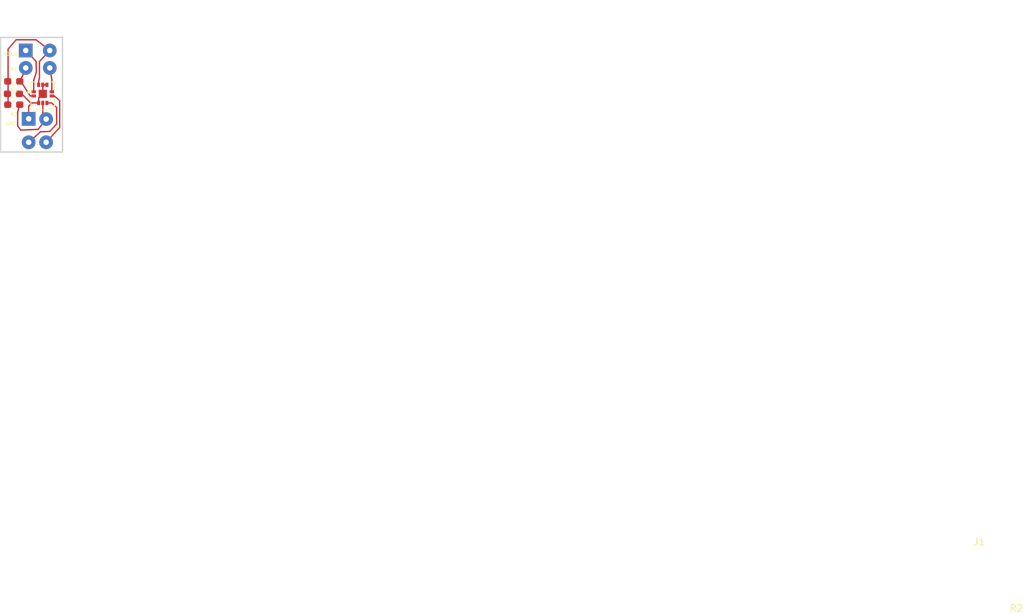
<source format=kicad_pcb>
(kicad_pcb (version 20171130) (host pcbnew "(5.0.2-5-10.14)")

  (general
    (thickness 1.6)
    (drawings 4)
    (tracks 55)
    (zones 0)
    (modules 9)
    (nets 9)
  )

  (page A4)
  (layers
    (0 F.Cu signal)
    (31 B.Cu signal)
    (32 B.Adhes user)
    (33 F.Adhes user)
    (34 B.Paste user)
    (35 F.Paste user)
    (36 B.SilkS user)
    (37 F.SilkS user)
    (38 B.Mask user hide)
    (39 F.Mask user)
    (40 Dwgs.User user)
    (41 Cmts.User user)
    (42 Eco1.User user)
    (43 Eco2.User user)
    (44 Edge.Cuts user)
    (45 Margin user)
    (46 B.CrtYd user)
    (47 F.CrtYd user hide)
    (48 B.Fab user hide)
    (49 F.Fab user hide)
  )

  (setup
    (last_trace_width 0.2)
    (trace_clearance 0.1)
    (zone_clearance 0.508)
    (zone_45_only no)
    (trace_min 0.2)
    (segment_width 0.2)
    (edge_width 0.15)
    (via_size 0.8)
    (via_drill 0.4)
    (via_min_size 0.4)
    (via_min_drill 0.3)
    (uvia_size 0.3)
    (uvia_drill 0.1)
    (uvias_allowed no)
    (uvia_min_size 0.2)
    (uvia_min_drill 0.1)
    (pcb_text_width 0.3)
    (pcb_text_size 1.5 1.5)
    (mod_edge_width 0.15)
    (mod_text_size 1 1)
    (mod_text_width 0.15)
    (pad_size 1.99898 1.99898)
    (pad_drill 0.8001)
    (pad_to_mask_clearance 0.051)
    (solder_mask_min_width 0.25)
    (aux_axis_origin 0 0)
    (visible_elements FFFFFF7F)
    (pcbplotparams
      (layerselection 0x010f0_ffffffff)
      (usegerberextensions false)
      (usegerberattributes false)
      (usegerberadvancedattributes false)
      (creategerberjobfile false)
      (excludeedgelayer true)
      (linewidth 0.100000)
      (plotframeref false)
      (viasonmask false)
      (mode 1)
      (useauxorigin false)
      (hpglpennumber 1)
      (hpglpenspeed 20)
      (hpglpendiameter 15.000000)
      (psnegative false)
      (psa4output false)
      (plotreference true)
      (plotvalue true)
      (plotinvisibletext false)
      (padsonsilk false)
      (subtractmaskfromsilk false)
      (outputformat 1)
      (mirror false)
      (drillshape 0)
      (scaleselection 1)
      (outputdirectory "../../../../Desktop/"))
  )

  (net 0 "")
  (net 1 "Net-(C1-Pad1)")
  (net 2 "Net-(C1-Pad2)")
  (net 3 "Net-(J1-Pad1)")
  (net 4 "Net-(J1-Pad3)")
  (net 5 "Net-(J1-Pad4)")
  (net 6 "Net-(J2-Pad3)")
  (net 7 "Net-(J2-Pad4)")
  (net 8 "Net-(J2-Pad2)")

  (net_class Default "This is the default net class."
    (clearance 0.1)
    (trace_width 0.2)
    (via_dia 0.8)
    (via_drill 0.4)
    (uvia_dia 0.3)
    (uvia_drill 0.1)
    (add_net "Net-(C1-Pad1)")
    (add_net "Net-(C1-Pad2)")
    (add_net "Net-(J1-Pad1)")
    (add_net "Net-(J1-Pad3)")
    (add_net "Net-(J1-Pad4)")
    (add_net "Net-(J2-Pad2)")
    (add_net "Net-(J2-Pad3)")
    (add_net "Net-(J2-Pad4)")
  )

  (module "" (layer F.Cu) (tedit 0) (tstamp 0)
    (at 140.97 77.47)
    (fp_text reference "" (at 140.97 72.39) (layer F.SilkS)
      (effects (font (size 1.27 1.27) (thickness 0.15)))
    )
    (fp_text value "" (at 140.97 72.39) (layer F.SilkS)
      (effects (font (size 1.27 1.27) (thickness 0.15)))
    )
    (fp_text user J1 (at 135.89 73.66) (layer F.SilkS)
      (effects (font (size 1 1) (thickness 0.15)))
    )
  )

  (module "" (layer F.Cu) (tedit 0) (tstamp 0)
    (at 140.97 77.47)
    (fp_text reference "" (at 140.97 72.39) (layer F.SilkS)
      (effects (font (size 1.27 1.27) (thickness 0.15)))
    )
    (fp_text value "" (at 140.97 72.39) (layer F.SilkS)
      (effects (font (size 1.27 1.27) (thickness 0.15)))
    )
    (fp_text user J1 (at 135.89 73.66) (layer F.SilkS)
      (effects (font (size 1 1) (thickness 0.15)))
    )
  )

  (module "" (layer F.Cu) (tedit 0) (tstamp 0)
    (at 140.97 72.39)
    (fp_text reference "" (at 138.43 79.5) (layer F.SilkS)
      (effects (font (size 1.27 1.27) (thickness 0.15)))
    )
    (fp_text value "" (at 138.43 79.5) (layer F.SilkS)
      (effects (font (size 1.27 1.27) (thickness 0.15)))
    )
    (fp_text user R2 (at 141.33 88.42) (layer F.SilkS)
      (effects (font (size 1 1) (thickness 0.15)))
    )
  )

  (module Connector_Wire:SolderWirePad_2x02_P2.54mm_Drill0.8mm (layer F.Cu) (tedit 5C8D573E) (tstamp 5C8C94BD)
    (at 138.43 79.5)
    (descr "Wire solder connection")
    (tags connector)
    (path /5C80C96C)
    (attr virtual)
    (fp_text reference VDD_IO (at -2.54 0.51) (layer F.SilkS)
      (effects (font (size 0.5 0.4) (thickness 0.07)))
    )
    (fp_text value Conn_01x04 (at 1.27 5.08) (layer F.Fab)
      (effects (font (size 1 1) (thickness 0.15)))
    )
    (fp_text user %R (at 1.27 1.27) (layer F.Fab)
      (effects (font (size 1 1) (thickness 0.15)))
    )
    (fp_line (start -1.5 -1.5) (end 4.04 -1.5) (layer F.CrtYd) (width 0.05))
    (fp_line (start -1.5 -1.5) (end -1.5 4.04) (layer F.CrtYd) (width 0.05))
    (fp_line (start 4.04 4.04) (end 4.04 -1.5) (layer F.CrtYd) (width 0.05))
    (fp_line (start 4.04 4.04) (end -1.5 4.04) (layer F.CrtYd) (width 0.05))
    (pad 3 thru_hole circle (at -0.43 2.54) (size 1.99898 1.99898) (drill 0.8001) (layers *.Cu *.Mask)
      (net 4 "Net-(J1-Pad3)"))
    (pad 4 thru_hole circle (at 3.07 2.54) (size 1.99898 1.99898) (drill 0.8001) (layers *.Cu *.Mask)
      (net 5 "Net-(J1-Pad4)"))
    (pad 1 thru_hole rect (at -0.43 0) (size 1.99898 1.99898) (drill 0.8001) (layers *.Cu *.Mask)
      (net 3 "Net-(J1-Pad1)"))
    (pad 2 thru_hole circle (at 3.07 0) (size 1.99898 1.99898) (drill 0.8001) (layers *.Cu *.Mask)
      (net 1 "Net-(C1-Pad1)"))
  )

  (module Connector_Wire:SolderWirePad_2x02_P2.54mm_Drill0.8mm (layer F.Cu) (tedit 5C8D5732) (tstamp 5C8C94CA)
    (at 138.43 89.5)
    (descr "Wire solder connection")
    (tags connector)
    (path /5C80C9B0)
    (attr virtual)
    (fp_text reference GND (at -2.54 0.67) (layer F.SilkS)
      (effects (font (size 0.5 0.5) (thickness 0.07)))
    )
    (fp_text value Conn_01x04 (at 1.27 5.08) (layer F.Fab)
      (effects (font (size 1 1) (thickness 0.15)))
    )
    (fp_line (start 4.04 4.04) (end -1.5 4.04) (layer F.CrtYd) (width 0.05))
    (fp_line (start 4.04 4.04) (end 4.04 -1.5) (layer F.CrtYd) (width 0.05))
    (fp_line (start -1.5 -1.5) (end -1.5 4.04) (layer F.CrtYd) (width 0.05))
    (fp_line (start -1.5 -1.5) (end 4.04 -1.5) (layer F.CrtYd) (width 0.05))
    (fp_text user %R (at 1.27 1.27) (layer F.Fab)
      (effects (font (size 1 1) (thickness 0.15)))
    )
    (pad 2 thru_hole circle (at 2.54 0) (size 1.99898 1.99898) (drill 0.8001) (layers *.Cu *.Mask)
      (net 8 "Net-(J2-Pad2)"))
    (pad 1 thru_hole rect (at 0 -0.04) (size 1.99898 1.99898) (drill 0.8001) (layers *.Cu *.Mask)
      (net 2 "Net-(C1-Pad2)"))
    (pad 4 thru_hole circle (at 2.54 3.38) (size 1.99898 1.99898) (drill 0.8001) (layers *.Cu *.Mask)
      (net 7 "Net-(J2-Pad4)"))
    (pad 3 thru_hole circle (at 0 3.38) (size 1.99898 1.99898) (drill 0.8001) (layers *.Cu *.Mask)
      (net 6 "Net-(J2-Pad3)"))
  )

  (module LPS33HWTR:PQFN60P330X330X290-11N (layer F.Cu) (tedit 5C8D574F) (tstamp 5C8C9509)
    (at 140.48 85.825)
    (path /5C7FF841)
    (attr smd)
    (fp_text reference "" (at -0.728144 -2.39539) (layer F.SilkS)
      (effects (font (size 0.480719 0.480719) (thickness 0.05)))
    )
    (fp_text value LPS33HWTR (at -0.385153 2.34562) (layer F.SilkS)
      (effects (font (size 0.480802 0.480802) (thickness 0.05)))
    )
    (fp_line (start -1.73 -1.73) (end 1.73 -1.73) (layer Eco2.User) (width 0.127))
    (fp_line (start 1.73 -1.73) (end 1.73 1.73) (layer Eco2.User) (width 0.127))
    (fp_line (start 1.73 1.73) (end -1.73 1.73) (layer Eco2.User) (width 0.127))
    (fp_line (start -1.73 1.73) (end -1.73 -1.73) (layer Eco2.User) (width 0.127))
    (fp_line (start -1.73 -1.73) (end -1.08125 -1.73) (layer F.SilkS) (width 0.127))
    (fp_line (start -1.73 -1.73) (end -1.73 -0.64875) (layer F.SilkS) (width 0.127))
    (fp_line (start 1.08125 -1.73) (end 1.73 -1.73) (layer F.SilkS) (width 0.127))
    (fp_line (start 1.73 -1.73) (end 1.73 -0.64875) (layer F.SilkS) (width 0.127))
    (fp_line (start 1.73 0.64875) (end 1.73 1.73) (layer F.SilkS) (width 0.127))
    (fp_line (start 1.73 1.73) (end 1.08125 1.73) (layer F.SilkS) (width 0.127))
    (fp_line (start -1.73 0.64875) (end -1.73 1.73) (layer F.SilkS) (width 0.127))
    (fp_line (start -1.73 1.73) (end -1.08125 1.73) (layer F.SilkS) (width 0.127))
    (fp_circle (center -1.99875 -0.3) (end -1.94875 -0.3) (layer F.SilkS) (width 0.2))
    (fp_line (start -1.98 -1.98) (end -1.98 1.98) (layer Eco1.User) (width 0.05))
    (fp_line (start -1.98 1.98) (end 1.98 1.98) (layer Eco1.User) (width 0.05))
    (fp_line (start 1.98 1.98) (end 1.98 -1.98) (layer Eco1.User) (width 0.05))
    (fp_line (start 1.98 -1.98) (end -1.98 -1.98) (layer Eco1.User) (width 0.05))
    (fp_poly (pts (xy -0.381107 -0.38) (xy 0.38 -0.38) (xy 0.38 0.381107) (xy -0.381107 0.381107)) (layer F.Paste) (width 0))
    (pad 1 smd rect (at -1.32 -0.3) (size 0.63 0.45) (layers F.Cu F.Paste F.Mask)
      (net 3 "Net-(J1-Pad1)"))
    (pad 2 smd rect (at -1.32 0.3) (size 0.63 0.45) (layers F.Cu F.Paste F.Mask)
      (net 4 "Net-(J1-Pad3)"))
    (pad 3 smd rect (at -0.6 1.32 90) (size 0.63 0.45) (layers F.Cu F.Paste F.Mask)
      (net 2 "Net-(C1-Pad2)"))
    (pad 4 smd rect (at 0 1.32 90) (size 0.63 0.45) (layers F.Cu F.Paste F.Mask)
      (net 8 "Net-(J2-Pad2)"))
    (pad 5 smd rect (at 0.6 1.32 90) (size 0.63 0.45) (layers F.Cu F.Paste F.Mask)
      (net 6 "Net-(J2-Pad3)"))
    (pad 6 smd rect (at 1.32 0.3 180) (size 0.63 0.45) (layers F.Cu F.Paste F.Mask)
      (net 7 "Net-(J2-Pad4)"))
    (pad 7 smd rect (at 1.32 -0.3 180) (size 0.63 0.45) (layers F.Cu F.Paste F.Mask)
      (net 5 "Net-(J1-Pad4)"))
    (pad 8 smd rect (at 0.6 -1.32 270) (size 0.63 0.45) (layers F.Cu F.Paste F.Mask)
      (net 2 "Net-(C1-Pad2)"))
    (pad 9 smd rect (at 0 -1.32 270) (size 0.63 0.45) (layers F.Cu F.Paste F.Mask)
      (net 2 "Net-(C1-Pad2)"))
    (pad 10 smd rect (at -0.6 -1.32 270) (size 0.63 0.45) (layers F.Cu F.Paste F.Mask)
      (net 1 "Net-(C1-Pad1)"))
    (pad EP smd rect (at 0 0) (size 1.2 1.2) (layers F.Cu F.Paste F.Mask)
      (net 2 "Net-(C1-Pad2)"))
  )

  (module Capacitor_SMD:C_0603_1608Metric_Pad1.05x0.95mm_HandSolder (layer F.Cu) (tedit 5C8D5723) (tstamp 5C8CADF4)
    (at 136.2 85.82)
    (descr "Capacitor SMD 0603 (1608 Metric), square (rectangular) end terminal, IPC_7351 nominal with elongated pad for handsoldering. (Body size source: http://www.tortai-tech.com/upload/download/2011102023233369053.pdf), generated with kicad-footprint-generator")
    (tags "capacitor handsolder")
    (path /5C809D8C)
    (attr smd)
    (fp_text reference C1 (at 0.171267 -0.51) (layer F.SilkS)
      (effects (font (size 0.5 0.5) (thickness 0.07)))
    )
    (fp_text value C (at 0 1.43) (layer F.Fab)
      (effects (font (size 1 1) (thickness 0.15)))
    )
    (fp_line (start -0.8 0.4) (end -0.8 -0.4) (layer F.Fab) (width 0.1))
    (fp_line (start -0.8 -0.4) (end 0.8 -0.4) (layer F.Fab) (width 0.1))
    (fp_line (start 0.8 -0.4) (end 0.8 0.4) (layer F.Fab) (width 0.1))
    (fp_line (start 0.8 0.4) (end -0.8 0.4) (layer F.Fab) (width 0.1))
    (fp_line (start -0.171267 -0.51) (end 0.171267 -0.51) (layer F.SilkS) (width 0.12))
    (fp_line (start -0.171267 0.51) (end 0.171267 0.51) (layer F.SilkS) (width 0.12))
    (fp_line (start -1.65 0.73) (end -1.65 -0.73) (layer F.CrtYd) (width 0.05))
    (fp_line (start -1.65 -0.73) (end 1.65 -0.73) (layer F.CrtYd) (width 0.05))
    (fp_line (start 1.65 -0.73) (end 1.65 0.73) (layer F.CrtYd) (width 0.05))
    (fp_line (start 1.65 0.73) (end -1.65 0.73) (layer F.CrtYd) (width 0.05))
    (fp_text user %R (at 0 0) (layer F.Fab)
      (effects (font (size 0.4 0.4) (thickness 0.06)))
    )
    (pad 1 smd roundrect (at -0.875 0) (size 1.05 0.95) (layers F.Cu F.Paste F.Mask) (roundrect_rratio 0.25)
      (net 1 "Net-(C1-Pad1)"))
    (pad 2 smd roundrect (at 0.875 0) (size 1.05 0.95) (layers F.Cu F.Paste F.Mask) (roundrect_rratio 0.25)
      (net 2 "Net-(C1-Pad2)"))
    (model ${KISYS3DMOD}/Capacitor_SMD.3dshapes/C_0603_1608Metric.wrl
      (at (xyz 0 0 0))
      (scale (xyz 1 1 1))
      (rotate (xyz 0 0 0))
    )
  )

  (module Resistor_SMD:R_0603_1608Metric_Pad1.05x0.95mm_HandSolder (layer F.Cu) (tedit 5C8D571B) (tstamp 5C8CAE05)
    (at 136.25 84 180)
    (descr "Resistor SMD 0603 (1608 Metric), square (rectangular) end terminal, IPC_7351 nominal with elongated pad for handsoldering. (Body size source: http://www.tortai-tech.com/upload/download/2011102023233369053.pdf), generated with kicad-footprint-generator")
    (tags "resistor handsolder")
    (path /5C80AD9A)
    (attr smd)
    (fp_text reference R1 (at 0 1.75 180) (layer F.SilkS)
      (effects (font (size 0.5 0.5) (thickness 0.07)))
    )
    (fp_text value R (at 0 1.43 180) (layer F.Fab)
      (effects (font (size 1 1) (thickness 0.15)))
    )
    (fp_line (start -0.8 0.4) (end -0.8 -0.4) (layer F.Fab) (width 0.1))
    (fp_line (start -0.8 -0.4) (end 0.8 -0.4) (layer F.Fab) (width 0.1))
    (fp_line (start 0.8 -0.4) (end 0.8 0.4) (layer F.Fab) (width 0.1))
    (fp_line (start 0.8 0.4) (end -0.8 0.4) (layer F.Fab) (width 0.1))
    (fp_line (start -0.171267 -0.51) (end 0.171267 -0.51) (layer F.SilkS) (width 0.12))
    (fp_line (start -0.171267 0.51) (end 0.171267 0.51) (layer F.SilkS) (width 0.12))
    (fp_line (start -1.65 0.73) (end -1.65 -0.73) (layer F.CrtYd) (width 0.05))
    (fp_line (start -1.65 -0.73) (end 1.65 -0.73) (layer F.CrtYd) (width 0.05))
    (fp_line (start 1.65 -0.73) (end 1.65 0.73) (layer F.CrtYd) (width 0.05))
    (fp_line (start 1.65 0.73) (end -1.65 0.73) (layer F.CrtYd) (width 0.05))
    (fp_text user %R (at 0 0 180) (layer F.Fab)
      (effects (font (size 0.4 0.4) (thickness 0.06)))
    )
    (pad 1 smd roundrect (at -0.875 0 180) (size 1.05 0.95) (layers F.Cu F.Paste F.Mask) (roundrect_rratio 0.25)
      (net 4 "Net-(J1-Pad3)"))
    (pad 2 smd roundrect (at 0.875 0 180) (size 1.05 0.95) (layers F.Cu F.Paste F.Mask) (roundrect_rratio 0.25)
      (net 1 "Net-(C1-Pad1)"))
    (model ${KISYS3DMOD}/Resistor_SMD.3dshapes/R_0603_1608Metric.wrl
      (at (xyz 0 0 0))
      (scale (xyz 1 1 1))
      (rotate (xyz 0 0 0))
    )
  )

  (module Resistor_SMD:R_0603_1608Metric_Pad1.05x0.95mm_HandSolder (layer F.Cu) (tedit 5C8D5729) (tstamp 5C8CAE16)
    (at 136.25 87.4 180)
    (descr "Resistor SMD 0603 (1608 Metric), square (rectangular) end terminal, IPC_7351 nominal with elongated pad for handsoldering. (Body size source: http://www.tortai-tech.com/upload/download/2011102023233369053.pdf), generated with kicad-footprint-generator")
    (tags "resistor handsolder")
    (path /5C80B62B)
    (attr smd)
    (fp_text reference R2 (at 0 -1.43 180) (layer F.SilkS)
      (effects (font (size 0.5 0.5) (thickness 0.07)))
    )
    (fp_text value R (at 0 1.43 180) (layer F.Fab)
      (effects (font (size 1 1) (thickness 0.15)))
    )
    (fp_text user %R (at 0 0 180) (layer F.Fab)
      (effects (font (size 0.4 0.4) (thickness 0.06)))
    )
    (fp_line (start 1.65 0.73) (end -1.65 0.73) (layer F.CrtYd) (width 0.05))
    (fp_line (start 1.65 -0.73) (end 1.65 0.73) (layer F.CrtYd) (width 0.05))
    (fp_line (start -1.65 -0.73) (end 1.65 -0.73) (layer F.CrtYd) (width 0.05))
    (fp_line (start -1.65 0.73) (end -1.65 -0.73) (layer F.CrtYd) (width 0.05))
    (fp_line (start -0.171267 0.51) (end 0.171267 0.51) (layer F.SilkS) (width 0.12))
    (fp_line (start -0.171267 -0.51) (end 0.171267 -0.51) (layer F.SilkS) (width 0.12))
    (fp_line (start 0.8 0.4) (end -0.8 0.4) (layer F.Fab) (width 0.1))
    (fp_line (start 0.8 -0.4) (end 0.8 0.4) (layer F.Fab) (width 0.1))
    (fp_line (start -0.8 -0.4) (end 0.8 -0.4) (layer F.Fab) (width 0.1))
    (fp_line (start -0.8 0.4) (end -0.8 -0.4) (layer F.Fab) (width 0.1))
    (pad 2 smd roundrect (at 0.875 0 180) (size 1.05 0.95) (layers F.Cu F.Paste F.Mask) (roundrect_rratio 0.25)
      (net 1 "Net-(C1-Pad1)"))
    (pad 1 smd roundrect (at -0.875 0 180) (size 1.05 0.95) (layers F.Cu F.Paste F.Mask) (roundrect_rratio 0.25)
      (net 8 "Net-(J2-Pad2)"))
    (model ${KISYS3DMOD}/Resistor_SMD.3dshapes/R_0603_1608Metric.wrl
      (at (xyz 0 0 0))
      (scale (xyz 1 1 1))
      (rotate (xyz 0 0 0))
    )
  )

  (gr_line (start 134.35 77.6) (end 134.35 94.2) (layer Edge.Cuts) (width 0.15))
  (gr_line (start 143.35 77.6) (end 134.35 77.6) (layer Edge.Cuts) (width 0.2))
  (gr_line (start 143.35 94.2) (end 143.35 77.6) (layer Edge.Cuts) (width 0.2))
  (gr_line (start 134.35 94.3) (end 143.35 94.3) (layer Edge.Cuts) (width 0.2))

  (segment (start 140 81.1) (end 140 83.4) (width 0.2) (layer F.Cu) (net 1))
  (segment (start 141.5 79.5) (end 140 81.1) (width 0.2) (layer F.Cu) (net 1))
  (segment (start 139.88 83.99) (end 140 83.4) (width 0.2) (layer F.Cu) (net 1))
  (segment (start 139.88 84.505) (end 139.88 83.99) (width 0.2) (layer F.Cu) (net 1))
  (segment (start 135.425 85.6) (end 135.425 87.3) (width 0.2) (layer F.Cu) (net 1))
  (segment (start 136.6 77.94) (end 135.425 79.3) (width 0.2) (layer F.Cu) (net 1))
  (segment (start 135.425 79.3) (end 135.425 85.6) (width 0.2) (layer F.Cu) (net 1))
  (segment (start 139.5 77.94) (end 136.6 77.94) (width 0.2) (layer F.Cu) (net 1))
  (segment (start 141.5 79.5) (end 139.5 77.94) (width 0.2) (layer F.Cu) (net 1))
  (segment (start 141 84.505001) (end 140.5 84.505001) (width 0.2) (layer F.Cu) (net 2))
  (segment (start 137.83 88.9) (end 138.43 89.5) (width 0.2) (layer F.Cu) (net 2))
  (segment (start 139.585509 87.145001) (end 139.728751 87.145001) (width 0.2) (layer F.Cu) (net 2))
  (segment (start 138.43 89.5) (end 138.43 87.93) (width 0.2) (layer F.Cu) (net 2))
  (segment (start 139.728751 87.145001) (end 138.914999 87.145001) (width 0.2) (layer F.Cu) (net 2))
  (segment (start 138.43 87.63) (end 138.43 89.5) (width 0.2) (layer F.Cu) (net 2))
  (segment (start 138.914999 87.145001) (end 138.43 87.63) (width 0.2) (layer F.Cu) (net 2))
  (segment (start 138.720001 87.145001) (end 137.175 85.6) (width 0.2) (layer F.Cu) (net 2))
  (segment (start 138.914999 87.145001) (end 138.720001 87.145001) (width 0.2) (layer F.Cu) (net 2))
  (segment (start 140.48 84.505) (end 140.48 85.825) (width 0.2) (layer F.Cu) (net 2))
  (segment (start 140.48 85.825) (end 139.88 86.425) (width 0.2) (layer F.Cu) (net 2))
  (segment (start 139.88 86.425) (end 139.88 87.145) (width 0.2) (layer F.Cu) (net 2))
  (segment (start 139.55 82.615757) (end 139.16 83.85) (width 0.2) (layer F.Cu) (net 3))
  (segment (start 139.16 85.525) (end 139.16 83.85) (width 0.2) (layer F.Cu) (net 3))
  (segment (start 139.5 81.1) (end 138.1 79.5) (width 0.2) (layer F.Cu) (net 3))
  (segment (start 139.55 82.615757) (end 139.5 81.1) (width 0.2) (layer F.Cu) (net 3))
  (segment (start 139.008751 86.125001) (end 138.918751 86.125001) (width 0.2) (layer F.Cu) (net 4))
  (segment (start 139.16 86.125) (end 138.65 86.125) (width 0.2) (layer F.Cu) (net 4))
  (segment (start 137.35 84.1) (end 138.65 86.125) (width 0.2) (layer F.Cu) (net 4))
  (segment (start 138 82.1) (end 137.175 84) (width 0.2) (layer F.Cu) (net 4))
  (segment (start 141.648751 82.188751) (end 141.5 82.04) (width 0.2) (layer F.Cu) (net 5))
  (segment (start 141.8 85.1) (end 141.8 85.525) (width 0.2) (layer F.Cu) (net 5))
  (segment (start 141.8 83.75) (end 141.8 85.1) (width 0.2) (layer F.Cu) (net 5))
  (segment (start 141.5 82.04) (end 141.8 83.75) (width 0.2) (layer F.Cu) (net 5))
  (segment (start 138.43 92.88) (end 140.15 91.35) (width 0.2) (layer F.Cu) (net 6))
  (segment (start 141.5 91.3) (end 142.5 90.2) (width 0.2) (layer F.Cu) (net 6))
  (segment (start 141.755001 87.145001) (end 141.1 87.145001) (width 0.2) (layer F.Cu) (net 6))
  (segment (start 142.5 87.81) (end 141.755001 87.145001) (width 0.2) (layer F.Cu) (net 6))
  (segment (start 142.5 90.2) (end 142.5 87.81) (width 0.2) (layer F.Cu) (net 6))
  (segment (start 140.15 91.35) (end 141.5 91.3) (width 0.2) (layer F.Cu) (net 6))
  (segment (start 141.648751 86.125001) (end 142.163751 86.125001) (width 0.2) (layer F.Cu) (net 7))
  (segment (start 142.94 86.8) (end 142.24 86.2) (width 0.2) (layer F.Cu) (net 7))
  (segment (start 142.94 90.73) (end 142.94 86.8) (width 0.2) (layer F.Cu) (net 7))
  (segment (start 140.97 92.88) (end 142.94 90.73) (width 0.2) (layer F.Cu) (net 7))
  (segment (start 142.163751 86.125001) (end 142.24 86.20125) (width 0.2) (layer F.Cu) (net 7))
  (segment (start 140.328751 89.528751) (end 140.97 90.17) (width 0.2) (layer F.Cu) (net 8))
  (segment (start 140.928751 89.5) (end 140.328751 88.9) (width 0.2) (layer F.Cu) (net 8))
  (segment (start 140.97 89.5) (end 140.928751 89.5) (width 0.2) (layer F.Cu) (net 8))
  (segment (start 139.8 91) (end 137.270509 91.1) (width 0.2) (layer F.Cu) (net 8))
  (segment (start 136.82 90.5) (end 136.82 88.5) (width 0.2) (layer F.Cu) (net 8))
  (segment (start 137.270509 91.1) (end 136.82 90.5) (width 0.2) (layer F.Cu) (net 8))
  (segment (start 139.8 91) (end 140.95 89.5) (width 0.2) (layer F.Cu) (net 8))
  (segment (start 140.97 90.17) (end 140.97 89.5) (width 0.2) (layer F.Cu) (net 8))
  (segment (start 140.48 89.01) (end 140.97 89.5) (width 0.2) (layer F.Cu) (net 8))
  (segment (start 140.48 87.145) (end 140.48 89.01) (width 0.2) (layer F.Cu) (net 8))
  (segment (start 137.125 87.3) (end 136.82 88.5) (width 0.2) (layer F.Cu) (net 8))

)

</source>
